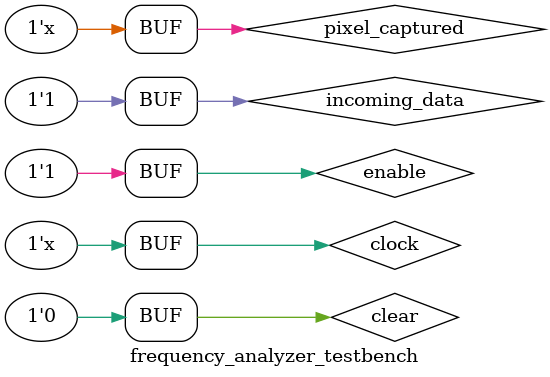
<source format=v>
`timescale 1ns / 1ps


module frequency_analyzer_testbench;
    wire sample_data;
    reg clock;
    wire pixel_captured;
    reg incoming_data;
    
    reg enable;
    reg clear;
    
    wire[31:0] f0_value;
    wire[31:0] f1_value;
    
    assign pixel_captured = incoming_data & clock;

    frequency_analyzer #(
        .FREQUENCY0(5000),
        .FREQUENCY1(10000),
        .FREQUENCY0_DEVIATION(10),
        .FREQUENCY1_DEVIATION(10),
        .CLOCK_FREQUENCY(100000000)) f(
            .sample_data(sample_data),
            .clock(pixel_captured),
            .enable(enable),
            .clear(clear),
            .f0_value(f0_value),
            .f1_value(f1_value));

    initial begin
        clock <= 1'b0;
        clear <= 1'b1;
        enable <= 1'b0;
        incoming_data <= 1'b0; 
        
        clear <= #10 1'b0;
        enable <= #10 1'b1;
        incoming_data <= #100 1'b1;
    end

    always #5 clock <= ~clock;

endmodule
</source>
